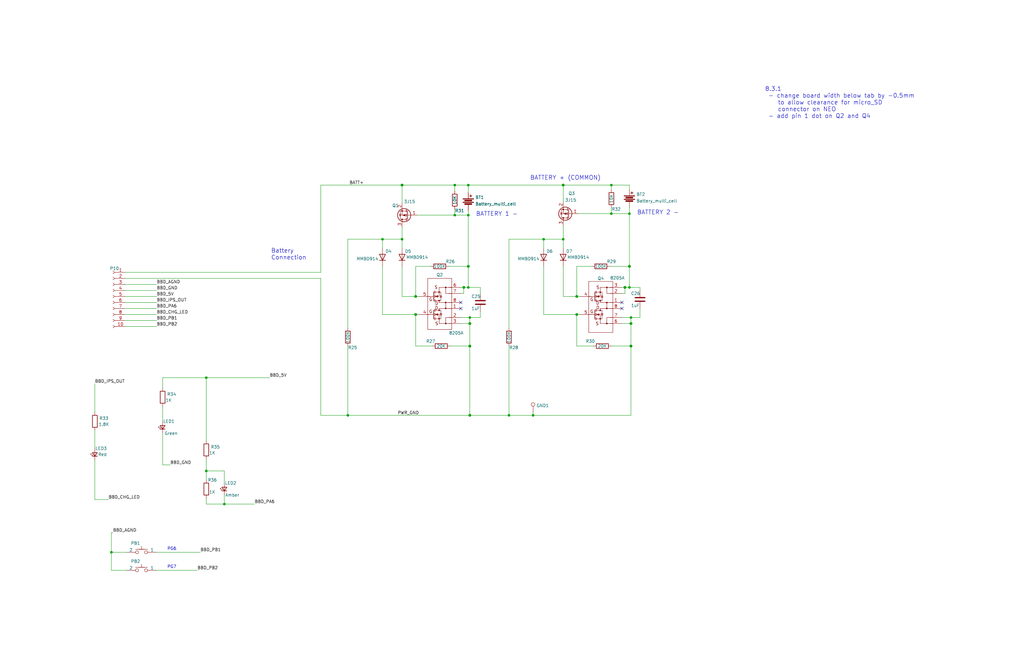
<source format=kicad_sch>
(kicad_sch (version 20211123) (generator eeschema)
  (paper "USLedger")
  (title_block (title "ConnectBox - Battery Board") (date "2023-06-08") (rev "8.3.1") (company "ConnectBox") (comment 1 "JRA"))
  (lib_symbols
    (symbol "Connector:Conn_01x10_Female" (pin_names (offset 1.016) hide)
      (property "Reference" "J" (at 0 12.7 0))
      (property "Value" "Conn_01x10_Female" (at 0 -15.24 0))
      (symbol "Conn_01x10_Female_1_1"
        (arc (start 0 -12.192) (mid -0.508 -12.7) (end 0 -13.208) (stroke (width 0.1524)))
        (arc (start 0 -9.652) (mid -0.508 -10.16) (end 0 -10.668) (stroke (width 0.1524)))
        (arc (start 0 -7.112) (mid -0.508 -7.62) (end 0 -8.128) (stroke (width 0.1524)))
        (arc (start 0 -4.572) (mid -0.508 -5.08) (end 0 -5.588) (stroke (width 0.1524)))
        (arc (start 0 -2.032) (mid -0.508 -2.54) (end 0 -3.048) (stroke (width 0.1524)))
        (polyline (pts (xy -1.27 -12.7) (xy -0.508 -12.7)) (stroke (width 0.1524)))
        (polyline (pts (xy -1.27 -10.16) (xy -0.508 -10.16)) (stroke (width 0.1524)))
        (polyline (pts (xy -1.27 -7.62) (xy -0.508 -7.62)) (stroke (width 0.1524)))
        (polyline (pts (xy -1.27 -5.08) (xy -0.508 -5.08)) (stroke (width 0.1524)))
        (polyline (pts (xy -1.27 -2.54) (xy -0.508 -2.54)) (stroke (width 0.1524)))
        (polyline (pts (xy -1.27 0) (xy -0.508 0)) (stroke (width 0.1524)))
        (polyline (pts (xy -1.27 2.54) (xy -0.508 2.54)) (stroke (width 0.1524)))
        (polyline (pts (xy -1.27 5.08) (xy -0.508 5.08)) (stroke (width 0.1524)))
        (polyline (pts (xy -1.27 7.62) (xy -0.508 7.62)) (stroke (width 0.1524)))
        (polyline (pts (xy -1.27 10.16) (xy -0.508 10.16)) (stroke (width 0.1524)))
        (arc (start 0 0.508) (mid -0.508 0) (end 0 -0.508) (stroke (width 0.1524)))
        (arc (start 0 3.048) (mid -0.508 2.54) (end 0 2.032) (stroke (width 0.1524)))
        (arc (start 0 5.588) (mid -0.508 5.08) (end 0 4.572) (stroke (width 0.1524)))
        (arc (start 0 8.128) (mid -0.508 7.62) (end 0 7.112) (stroke (width 0.1524)))
        (arc (start 0 10.668) (mid -0.508 10.16) (end 0 9.652) (stroke (width 0.1524)))
        (pin passive line (at -5.08 10.16 0) (length 3.81) (name "Pin_1") (number "1"))
        (pin passive line (at -5.08 -12.7 0) (length 3.81) (name "Pin_10") (number "10"))
        (pin passive line (at -5.08 7.62 0) (length 3.81) (name "Pin_2") (number "2"))
        (pin passive line (at -5.08 5.08 0) (length 3.81) (name "Pin_3") (number "3"))
        (pin passive line (at -5.08 2.54 0) (length 3.81) (name "Pin_4") (number "4"))
        (pin passive line (at -5.08 0 0) (length 3.81) (name "Pin_5") (number "5"))
        (pin passive line (at -5.08 -2.54 0) (length 3.81) (name "Pin_6") (number "6"))
        (pin passive line (at -5.08 -5.08 0) (length 3.81) (name "Pin_7") (number "7"))
        (pin passive line (at -5.08 -7.62 0) (length 3.81) (name "Pin_8") (number "8"))
        (pin passive line (at -5.08 -10.16 0) (length 3.81) (name "Pin_9") (number "9"))
      )
    )
    (symbol "Connector:TestPoint" (pin_numbers hide) (pin_names (offset 0.762) hide)
      (property "Reference" "TP" (at 0 6.858 0))
      (property "Value" "TestPoint" (at 0 5.08 0))
      (symbol "TestPoint_0_1"
        (circle (center 0 3.302) (radius 0.762))
      )
      (symbol "TestPoint_1_1"
        (pin passive line (at 0 0 90) (length 2.54) (name "1") (number "1"))
      )
    )
    (symbol "Custom_1:8205AV" (pin_names hide)
      (property "Reference" "Q" (at -2.54 13.97 0))
      (property "Value" "8205AV" (at 3.81 -10.16 0))
      (symbol "8205AV_0_0"
        (text "D" (at 3.828 2.1676 0) (effects (font (size 1.27 1.27))))
        (text "D" (at 3.8602 0.2352 0) (effects (font (size 1.27 1.27))))
        (text "G" (at 6.35 -1.27 0) (effects (font (size 1.27 1.27))))
        (text "G" (at 6.35 3.81 0) (effects (font (size 1.27 1.27))))
        (text "S" (at 3.81 -6.35 0) (effects (font (size 1.27 1.27))))
        (text "S" (at 4.0694 8.9173 0) (effects (font (size 1.27 1.27))))
      )
      (symbol "8205AV_0_1"
        (rectangle (start -2.54 12.7) (end 7.62 -8.89) (stroke (width 0.1524)))
        (circle (center -0.0075 -6.3497) (radius 0.254) (fill (type outline)))
        (polyline (pts (xy -2.5753 0.0007) (xy 2.776 0.0007)) (stroke (width 0.1524)))
        (polyline (pts (xy -2.5549 2.5486) (xy 2.7917 2.5486)) (stroke (width 0.1524)))
        (polyline (pts (xy -2.2237 8.8887) (xy -2.5322 8.8887)) (stroke (width 0.1524)))
        (polyline (pts (xy -1.27 -6.35) (xy -2.54 -6.35)) (stroke (width 0.1524)))
        (polyline (pts (xy -1.27 -6.35) (xy 2.54 -6.35)) (stroke (width 0.1524)))
        (polyline (pts (xy -0.0099 2.5374) (xy -0.0099 0.024)) (stroke (width 0.1524)))
        (polyline (pts (xy 2.5169 -6.3509) (xy 2.7644 -6.3509)) (stroke (width 0.1524)))
        (polyline (pts (xy 2.7938 -4.9625) (xy 2.7938 -6.3509)) (stroke (width 0.1524)))
        (polyline (pts (xy 2.794 0) (xy 2.794 -0.762)))
        (polyline (pts (xy 2.8045 2.5677) (xy 2.8045 3.3297)))
        (polyline (pts (xy 4.572 -3.81) (xy 4.572 -4.826)) (stroke (width 0.254)))
        (polyline (pts (xy 4.572 -2.032) (xy 4.572 -3.048)) (stroke (width 0.254)))
        (polyline (pts (xy 4.572 -0.254) (xy 4.572 -1.27)) (stroke (width 0.254)))
        (polyline (pts (xy 4.5825 2.8217) (xy 4.5825 3.8377)) (stroke (width 0.254)))
        (polyline (pts (xy 4.5825 4.5997) (xy 4.5825 5.6157)) (stroke (width 0.254)))
        (polyline (pts (xy 4.5825 6.3777) (xy 4.5825 7.3937)) (stroke (width 0.254)))
        (polyline (pts (xy 5.08 -2.54) (xy 7.874 -2.54)))
        (polyline (pts (xy 5.08 -0.635) (xy 5.08 -4.445)) (stroke (width 0.254)))
        (polyline (pts (xy 5.0844 5.0746) (xy 7.8784 5.0746)))
        (polyline (pts (xy 5.0905 3.2027) (xy 5.0905 7.0127)) (stroke (width 0.254)))
        (polyline (pts (xy -2.54 -3.81) (xy 0 -3.81) (xy 0 -6.35)) (stroke (width 0.1524)))
        (polyline (pts (xy 0.0073 8.892) (xy 0.0073 6.352) (xy -2.5327 6.352)) (stroke (width 0.1524)))
        (polyline (pts (xy 2.7937 7.6202) (xy 2.7937 8.8902) (xy -2.2863 8.8902)) (stroke (width 0.1524)))
        (polyline (pts (xy 2.794 -5.08) (xy 2.794 -2.54) (xy 4.572 -2.54)))
        (polyline (pts (xy 2.8045 7.6477) (xy 2.8045 5.1077) (xy 4.5825 5.1077)))
        (polyline (pts (xy 2.032 -2.159) (xy 2.413 -2.794) (xy 1.651 -2.794) (xy 2.032 -2.159)))
        (polyline (pts (xy 2.0425 4.7267) (xy 2.4235 5.3617) (xy 1.6615 5.3617) (xy 2.0425 4.7267)))
        (polyline (pts (xy 2.54 -2.032) (xy 2.413 -2.159) (xy 1.651 -2.159) (xy 1.524 -2.286)))
        (polyline (pts (xy 2.5505 4.5997) (xy 2.4235 4.7267) (xy 1.6615 4.7267) (xy 1.5345 4.8537)))
        (polyline (pts (xy 4.318 -2.54) (xy 3.302 -2.159) (xy 3.302 -2.921) (xy 4.318 -2.54)) (fill (type outline)))
        (polyline (pts (xy 4.3285 5.1077) (xy 3.3125 4.7267) (xy 3.3125 5.4887) (xy 4.3285 5.1077)) (fill (type outline)))
        (polyline (pts (xy 4.572 -4.318) (xy 2.032 -4.318) (xy 2.032 -0.762) (xy 4.572 -0.762)))
        (polyline (pts (xy 4.5825 6.8857) (xy 2.0425 6.8857) (xy 2.0425 3.3297) (xy 4.5825 3.3297)))
        (circle (center 0.0029 8.8872) (radius 0.254) (fill (type outline)))
        (circle (center 0.0085 0.0509) (radius 0.254) (fill (type outline)))
        (circle (center 0.0085 2.5208) (radius 0.254) (fill (type outline)))
        (circle (center 2.794 -4.318) (radius 0.254) (fill (type outline)))
        (circle (center 2.794 -0.762) (radius 0.254) (fill (type outline)))
        (circle (center 2.8045 3.3297) (radius 0.254) (fill (type outline)))
        (circle (center 2.8045 6.8857) (radius 0.254) (fill (type outline)))
      )
      (symbol "8205AV_1_1"
        (pin input line (at -6.35 0 0) (length 5.08) (name "D") (number "1"))
        (pin input line (at -6.35 -3.81 0) (length 5.08) (name "S1") (number "2"))
        (pin input line (at -6.35 -6.35 0) (length 5.08) (name "S1") (number "3"))
        (pin input line (at 11.43 -2.54 180) (length 5.08) (name "G1") (number "4"))
        (pin input line (at 11.43 5.08 180) (length 5.08) (name "G2") (number "5"))
        (pin input line (at -6.35 8.89 0) (length 5.08) (name "S2") (number "6"))
        (pin input line (at -6.35 6.35 0) (length 5.08) (name "S2") (number "7"))
        (pin input line (at -6.35 2.54 0) (length 5.08) (name "D") (number "8"))
      )
    )
    (symbol "Custom_1:Battery_multi_cell" (pin_numbers hide) (pin_names (offset 0))
      (property "Reference" "BT" (at 2.54 1.27 0))
      (property "Value" "Battery_multi_cell" (at 2.54 -1.27 0))
      (symbol "Battery_multi_cell_0_1"
        (rectangle (start -2.286 -0.1778) (end 2.286 -0.4318) (fill (type outline)))
        (rectangle (start -2.286 1.27) (end 2.286 1.016) (fill (type outline)))
        (rectangle (start -1.5748 -0.762) (end 1.4732 -1.27) (fill (type outline)))
        (rectangle (start -1.5748 0.6858) (end 1.4732 0.1778) (fill (type outline)))
        (polyline (pts (xy 0.508 2.413) (xy 1.524 2.413)) (stroke (width 0.254)))
        (polyline (pts (xy 1.016 2.921) (xy 1.016 1.905)) (stroke (width 0.254)))
      )
      (symbol "Battery_multi_cell_1_1"
        (pin passive line (at 0 3.81 270) (length 2.54) (name "~") (number "1"))
        (pin passive line (at 0 -3.81 90) (length 2.54) (name "~") (number "2"))
      )
    )
    (symbol "Custom_1:Q_PMOS_GSD" (pin_names (offset 0) hide)
      (property "Reference" "Q12" (at 2.413 8.5285 0))
      (property "Value" "Q_PMOS_GSD" (at 3.048 5.7534 0))
      (symbol "Q_PMOS_GSD_0_1"
        (polyline (pts (xy 0.254 0) (xy -1.1463 -0.0013)))
        (polyline (pts (xy 0.254 1.905) (xy 0.254 -1.905)) (stroke (width 0.254)))
        (polyline (pts (xy 0.762 -1.27) (xy 0.762 -2.286)) (stroke (width 0.254)))
        (polyline (pts (xy 0.762 0.508) (xy 0.762 -0.508)) (stroke (width 0.254)))
        (polyline (pts (xy 0.762 2.286) (xy 0.762 1.27)) (stroke (width 0.254)))
        (polyline (pts (xy 2.54 2.54) (xy 2.54 1.778)))
        (polyline (pts (xy 2.54 -2.54) (xy 2.54 0) (xy 0.762 0)))
        (polyline (pts (xy 0.762 1.778) (xy 3.302 1.778) (xy 3.302 -1.778) (xy 0.762 -1.778)))
        (polyline (pts (xy 2.286 0) (xy 1.27 0.381) (xy 1.27 -0.381) (xy 2.286 0)) (fill (type outline)))
        (polyline (pts (xy 2.794 -0.508) (xy 2.921 -0.381) (xy 3.683 -0.381) (xy 3.81 -0.254)))
        (polyline (pts (xy 3.302 -0.381) (xy 2.921 0.254) (xy 3.683 0.254) (xy 3.302 -0.381)))
        (circle (center 1.651 0) (radius 2.794) (stroke (width 0.254)))
        (circle (center 2.54 -1.778) (radius 0.254) (fill (type outline)))
        (circle (center 2.54 1.778) (radius 0.254) (fill (type outline)))
      )
      (symbol "Q_PMOS_GSD_1_1"
        (pin input line (at -3.81 0 0) (length 2.54) (name "G") (number "1"))
        (pin passive line (at 2.54 -5.08 90) (length 2.54) (name "S") (number "2"))
        (pin passive line (at 2.54 5.08 270) (length 2.54) (name "D") (number "3"))
      )
    )
    (symbol "Custom_1:SPST-PUSH" (pin_numbers hide) (pin_names (offset 0))
      (property "Reference" "SW" (at -2.54 3.81 0))
      (property "Value" "SPST-PUSH" (at -1.27 -2.54 0))
      (symbol "SPST-PUSH_0_1"
        (circle (center -1.905 0) (radius 0.635))
        (polyline (pts (xy -1.27 1.27) (xy -2.54 1.27) (xy 1.27 1.27) (xy 2.54 1.27)))
        (polyline (pts (xy -1.27 1.27) (xy 1.27 1.27) (xy 0 1.27) (xy 0 2.54)))
        (circle (center 1.905 0) (radius 0.635))
      )
      (symbol "SPST-PUSH_1_1"
        (pin passive line (at 6.35 0 180) (length 3.81) (name "1") (number "1"))
        (pin passive line (at -6.35 0 0) (length 3.81) (name "2") (number "2"))
      )
    )
    (symbol "Device:C" (pin_numbers hide) (pin_names (offset 0.254))
      (property "Reference" "C" (at 0.635 2.54 0))
      (property "Value" "C" (at 0.635 -2.54 0))
      (symbol "C_0_1"
        (polyline (pts (xy -2.032 -0.762) (xy 2.032 -0.762)) (stroke (width 0.508)))
        (polyline (pts (xy -2.032 0.762) (xy 2.032 0.762)) (stroke (width 0.508)))
      )
      (symbol "C_1_1"
        (pin passive line (at 0 3.81 270) (length 2.794) (name "~") (number "1"))
        (pin passive line (at 0 -3.81 90) (length 2.794) (name "~") (number "2"))
      )
    )
    (symbol "Device:LED_Small" (pin_numbers hide) (pin_names (offset 0.254) hide)
      (property "Reference" "D" (at -1.27 3.175 0))
      (property "Value" "LED_Small" (at -4.445 -2.54 0))
      (symbol "LED_Small_0_1"
        (polyline (pts (xy -0.762 -1.016) (xy -0.762 1.016)) (stroke (width 0.254)))
        (polyline (pts (xy 1.016 0) (xy -0.762 0)))
        (polyline (pts (xy 0.762 -1.016) (xy -0.762 0) (xy 0.762 1.016) (xy 0.762 -1.016)) (stroke (width 0.254)))
        (polyline (pts (xy 0 0.762) (xy -0.508 1.27) (xy -0.254 1.27) (xy -0.508 1.27) (xy -0.508 1.016)))
        (polyline (pts (xy 0.508 1.27) (xy 0 1.778) (xy 0.254 1.778) (xy 0 1.778) (xy 0 1.524)))
      )
      (symbol "LED_Small_1_1"
        (pin passive line (at -2.54 0 0) (length 1.778) (name "K") (number "1"))
        (pin passive line (at 2.54 0 180) (length 1.778) (name "A") (number "2"))
      )
    )
    (symbol "Device:R" (pin_numbers hide) (pin_names (offset 0))
      (property "Reference" "R" (at 2.032 0 90))
      (property "Value" "R" (at 0 0 90))
      (symbol "R_0_1"
        (rectangle (start -1.016 -2.54) (end 1.016 2.54) (stroke (width 0.254)))
      )
      (symbol "R_1_1"
        (pin passive line (at 0 3.81 270) (length 1.27) (name "~") (number "1"))
        (pin passive line (at 0 -3.81 90) (length 1.27) (name "~") (number "2"))
      )
    )
    (symbol "Diode:1N914" (pin_numbers hide) (pin_names (offset 1.016) hide)
      (property "Reference" "D" (at 0 2.54 0))
      (property "Value" "1N914" (at 0 -2.54 0))
      (symbol "1N914_0_1"
        (polyline (pts (xy -1.27 1.27) (xy -1.27 -1.27)) (stroke (width 0.254)))
        (polyline (pts (xy 1.27 0) (xy -1.27 0)))
        (polyline (pts (xy 1.27 1.27) (xy 1.27 -1.27) (xy -1.27 0) (xy 1.27 1.27)) (stroke (width 0.254)))
      )
      (symbol "1N914_1_1"
        (pin passive line (at -3.81 0 0) (length 2.54) (name "K") (number "1"))
        (pin passive line (at 3.81 0 180) (length 2.54) (name "A") (number "2"))
      )
    )
  )
  (junction (at 86.995 159.385))
  (junction (at 265.43 112.395) (diameter 1.016))
  (junction (at 266.065 136.525) (diameter 1.016))
  (junction (at 198.12 133.985))
  (junction (at 257.81 90.17))
  (junction (at 169.545 100.965))
  (junction (at 191.77 90.805))
  (junction (at 198.12 146.05) (diameter 1.016))
  (junction (at 46.99 233.045))
  (junction (at 266.065 146.05) (diameter 1.016))
  (junction (at 265.43 90.17))
  (junction (at 175.26 125.095) (diameter 1.016))
  (junction (at 243.205 132.715) (diameter 1.016))
  (junction (at 86.995 198.755))
  (junction (at 191.77 78.105))
  (junction (at 263.525 121.285) (diameter 1.016))
  (junction (at 146.685 175.26))
  (junction (at 229.235 100.965))
  (junction (at 224.79 175.26))
  (junction (at 265.43 121.285))
  (junction (at 214.63 175.26))
  (junction (at 161.29 100.965))
  (junction (at 94.615 212.725))
  (junction (at 197.485 121.285))
  (junction (at 257.81 78.105))
  (junction (at 266.065 133.985))
  (junction (at 169.545 78.105) (diameter 1.016))
  (junction (at 198.12 136.525) (diameter 1.016))
  (junction (at 237.49 78.105) (diameter 1.016))
  (junction (at 197.485 78.105))
  (junction (at 195.58 121.285) (diameter 1.016))
  (junction (at 197.485 90.805))
  (junction (at 197.485 112.395) (diameter 1.016))
  (junction (at 175.26 132.715) (diameter 1.016))
  (junction (at 243.205 125.095) (diameter 1.016))
  (junction (at 198.12 175.26) (diameter 1.016))
  (junction (at 237.49 100.965))
  (no_connect (at 262.255 130.175))
  (no_connect (at 262.255 127.635))
  (no_connect (at 194.31 127.635))
  (no_connect (at 194.31 130.175))
  (wire (pts (xy 229.235 112.395) (xy 229.235 132.715)))
  (wire (pts (xy 52.705 125.095) (xy 66.04 125.095)))
  (wire (pts (xy 191.77 88.265) (xy 191.77 90.805)))
  (wire (pts (xy 265.43 121.285) (xy 263.525 121.285)))
  (wire (pts (xy 40.005 194.31) (xy 40.005 210.82)))
  (wire (pts (xy 169.545 78.105) (xy 191.77 78.105)))
  (wire (pts (xy 266.065 146.05) (xy 266.065 175.26)))
  (wire (pts (xy 243.205 146.05) (xy 243.205 132.715)))
  (wire (pts (xy 146.685 100.965) (xy 146.685 138.43)))
  (wire (pts (xy 135.255 117.475) (xy 135.255 175.26)))
  (wire (pts (xy 237.49 100.965) (xy 237.49 104.775)))
  (wire (pts (xy 262.255 123.825) (xy 263.525 123.825)))
  (wire (pts (xy 182.245 146.05) (xy 175.26 146.05)))
  (wire (pts (xy 214.63 175.26) (xy 224.79 175.26)))
  (wire (pts (xy 169.545 95.885) (xy 169.545 100.965)))
  (wire (pts (xy 197.485 90.805) (xy 197.485 112.395)))
  (wire (pts (xy 40.005 161.925) (xy 40.005 173.99)))
  (wire (pts (xy 262.255 136.525) (xy 266.065 136.525)))
  (wire (pts (xy 229.235 104.775) (xy 229.235 100.965)))
  (wire (pts (xy 71.755 196.215) (xy 68.58 196.215)))
  (wire (pts (xy 237.49 112.395) (xy 237.49 125.095)))
  (wire (pts (xy 197.485 78.105) (xy 197.485 81.28)))
  (wire (pts (xy 265.43 90.17) (xy 265.43 112.395)))
  (wire (pts (xy 194.31 121.285) (xy 195.58 121.285)))
  (wire (pts (xy 197.485 112.395) (xy 197.485 121.285)))
  (wire (pts (xy 243.205 125.095) (xy 244.475 125.095)))
  (wire (pts (xy 262.255 121.285) (xy 263.525 121.285)))
  (wire (pts (xy 47.625 224.79) (xy 46.99 224.79)))
  (wire (pts (xy 269.875 130.175) (xy 269.875 133.985)))
  (wire (pts (xy 237.49 78.105) (xy 257.81 78.105)))
  (wire (pts (xy 52.705 117.475) (xy 135.255 117.475)))
  (wire (pts (xy 195.58 121.285) (xy 195.58 123.825)))
  (wire (pts (xy 68.58 182.88) (xy 68.58 196.215)))
  (wire (pts (xy 194.31 123.825) (xy 195.58 123.825)))
  (wire (pts (xy 52.705 132.715) (xy 66.04 132.715)))
  (wire (pts (xy 161.29 100.965) (xy 169.545 100.965)))
  (wire (pts (xy 189.865 146.05) (xy 198.12 146.05)))
  (wire (pts (xy 257.81 78.105) (xy 265.43 78.105)))
  (wire (pts (xy 265.43 78.105) (xy 265.43 80.01)))
  (wire (pts (xy 198.12 146.05) (xy 198.12 175.26)))
  (wire (pts (xy 214.63 146.05) (xy 214.63 175.26)))
  (wire (pts (xy 229.235 100.965) (xy 237.49 100.965)))
  (wire (pts (xy 243.205 132.715) (xy 244.475 132.715)))
  (wire (pts (xy 40.005 210.82) (xy 45.72 210.82)))
  (wire (pts (xy 224.79 173.99) (xy 224.79 175.26)))
  (wire (pts (xy 198.12 133.985) (xy 202.565 133.985)))
  (wire (pts (xy 175.26 125.095) (xy 176.53 125.095)))
  (wire (pts (xy 265.43 121.285) (xy 269.875 121.285)))
  (wire (pts (xy 46.99 240.665) (xy 53.34 240.665)))
  (wire (pts (xy 175.26 132.715) (xy 176.53 132.715)))
  (wire (pts (xy 202.565 121.285) (xy 202.565 123.825)))
  (wire (pts (xy 161.29 132.715) (xy 175.26 132.715)))
  (wire (pts (xy 265.43 87.63) (xy 265.43 90.17)))
  (wire (pts (xy 94.615 198.755) (xy 94.615 203.835)))
  (wire (pts (xy 243.84 90.17) (xy 257.81 90.17)))
  (wire (pts (xy 52.705 122.555) (xy 66.04 122.555)))
  (wire (pts (xy 214.63 100.965) (xy 214.63 138.43)))
  (wire (pts (xy 224.79 175.26) (xy 266.065 175.26)))
  (wire (pts (xy 266.065 136.525) (xy 266.065 146.05)))
  (wire (pts (xy 263.525 121.285) (xy 263.525 123.825)))
  (wire (pts (xy 46.99 233.045) (xy 46.99 240.665)))
  (wire (pts (xy 66.04 240.665) (xy 83.185 240.665)))
  (wire (pts (xy 197.485 88.9) (xy 197.485 90.805)))
  (wire (pts (xy 237.49 125.095) (xy 243.205 125.095)))
  (wire (pts (xy 250.19 146.05) (xy 243.205 146.05)))
  (wire (pts (xy 86.995 193.675) (xy 86.995 198.755)))
  (wire (pts (xy 135.255 175.26) (xy 146.685 175.26)))
  (wire (pts (xy 189.23 112.395) (xy 197.485 112.395)))
  (wire (pts (xy 202.565 131.445) (xy 202.565 133.985)))
  (wire (pts (xy 175.895 90.805) (xy 191.77 90.805)))
  (wire (pts (xy 229.235 132.715) (xy 243.205 132.715)))
  (wire (pts (xy 237.49 95.25) (xy 237.49 100.965)))
  (wire (pts (xy 86.995 210.185) (xy 86.995 212.725)))
  (wire (pts (xy 191.77 78.105) (xy 191.77 80.645)))
  (wire (pts (xy 169.545 78.105) (xy 169.545 85.725)))
  (wire (pts (xy 265.43 112.395) (xy 265.43 121.285)))
  (wire (pts (xy 146.685 175.26) (xy 198.12 175.26)))
  (wire (pts (xy 68.58 171.45) (xy 68.58 177.8)))
  (wire (pts (xy 94.615 212.725) (xy 107.315 212.725)))
  (wire (pts (xy 146.685 146.05) (xy 146.685 175.26)))
  (wire (pts (xy 161.29 104.775) (xy 161.29 100.965)))
  (wire (pts (xy 194.31 133.985) (xy 198.12 133.985)))
  (wire (pts (xy 113.665 159.385) (xy 86.995 159.385)))
  (wire (pts (xy 52.705 130.175) (xy 66.04 130.175)))
  (wire (pts (xy 66.04 233.045) (xy 84.455 233.045)))
  (wire (pts (xy 269.875 133.985) (xy 266.065 133.985)))
  (wire (pts (xy 175.26 112.395) (xy 175.26 125.095)))
  (wire (pts (xy 229.235 100.965) (xy 214.63 100.965)))
  (wire (pts (xy 86.995 159.385) (xy 68.58 159.385)))
  (wire (pts (xy 198.12 136.525) (xy 198.12 146.05)))
  (wire (pts (xy 46.99 224.79) (xy 46.99 233.045)))
  (wire (pts (xy 52.705 114.935) (xy 135.255 114.935)))
  (wire (pts (xy 257.175 112.395) (xy 265.43 112.395)))
  (wire (pts (xy 237.49 78.105) (xy 237.49 85.09)))
  (wire (pts (xy 249.555 112.395) (xy 243.205 112.395)))
  (wire (pts (xy 86.995 198.755) (xy 86.995 202.565)))
  (wire (pts (xy 266.065 133.985) (xy 266.065 136.525)))
  (wire (pts (xy 191.77 78.105) (xy 197.485 78.105)))
  (wire (pts (xy 169.545 100.965) (xy 169.545 104.775)))
  (wire (pts (xy 52.705 120.015) (xy 66.04 120.015)))
  (wire (pts (xy 262.255 133.985) (xy 266.065 133.985)))
  (wire (pts (xy 194.31 136.525) (xy 198.12 136.525)))
  (wire (pts (xy 52.705 127.635) (xy 66.04 127.635)))
  (wire (pts (xy 197.485 78.105) (xy 237.49 78.105)))
  (wire (pts (xy 161.29 100.965) (xy 146.685 100.965)))
  (wire (pts (xy 198.12 133.985) (xy 198.12 136.525)))
  (wire (pts (xy 86.995 159.385) (xy 86.995 186.055)))
  (wire (pts (xy 257.81 87.63) (xy 257.81 90.17)))
  (wire (pts (xy 52.705 137.795) (xy 66.04 137.795)))
  (wire (pts (xy 169.545 112.395) (xy 169.545 125.095)))
  (wire (pts (xy 135.255 78.105) (xy 169.545 78.105)))
  (wire (pts (xy 175.26 146.05) (xy 175.26 132.715)))
  (wire (pts (xy 94.615 198.755) (xy 86.995 198.755)))
  (wire (pts (xy 269.875 121.285) (xy 269.875 122.555)))
  (wire (pts (xy 169.545 125.095) (xy 175.26 125.095)))
  (wire (pts (xy 191.77 90.805) (xy 197.485 90.805)))
  (wire (pts (xy 86.995 212.725) (xy 94.615 212.725)))
  (wire (pts (xy 40.005 181.61) (xy 40.005 189.23)))
  (wire (pts (xy 52.705 135.255) (xy 66.04 135.255)))
  (wire (pts (xy 257.81 78.105) (xy 257.81 80.01)))
  (wire (pts (xy 135.255 78.105) (xy 135.255 114.935)))
  (wire (pts (xy 202.565 121.285) (xy 197.485 121.285)))
  (wire (pts (xy 46.99 233.045) (xy 53.34 233.045)))
  (wire (pts (xy 94.615 212.725) (xy 94.615 208.915)))
  (wire (pts (xy 243.205 112.395) (xy 243.205 125.095)))
  (wire (pts (xy 68.58 159.385) (xy 68.58 163.83)))
  (wire (pts (xy 197.485 121.285) (xy 195.58 121.285)))
  (wire (pts (xy 181.61 112.395) (xy 175.26 112.395)))
  (wire (pts (xy 198.12 175.26) (xy 214.63 175.26)))
  (wire (pts (xy 161.29 112.395) (xy 161.29 132.715)))
  (wire (pts (xy 257.81 90.17) (xy 265.43 90.17)))
  (wire (pts (xy 257.81 146.05) (xy 266.065 146.05)))
  (text "BATTERY + (COMMON)" (at 223.52 76.2 0) (effects (font (size 1.778 1.778)) (justify left bottom)))
  (text "PG7" (at 70.485 240.03 0) (effects (font (size 1.27 1.27)) (justify left bottom)))
  (text "BATTERY 1 -" (at 200.66 91.44 0) (effects (font (size 1.778 1.778)) (justify left bottom)))
  (text "Battery\nConnection" (at 114.3 109.855 0) (effects (font (size 1.778 1.778)) (justify left bottom)))
  (text "8.3.1\n - change board width below tab by -0.5mm\n    to allow clearance for micro_SD\n    connector on NEO\n - add pin 1 dot on Q2 and Q4" (at 322.58 50.165 0) (effects (font (size 1.778 1.778)) (justify left bottom)))
  (text "PG6" (at 70.485 232.41 0) (effects (font (size 1.27 1.27)) (justify left bottom)))
  (text "BATTERY 2 -" (at 268.605 90.805 0) (effects (font (size 1.778 1.778)) (justify left bottom)))
  (label "BBD_IPS_OUT" (at 40.005 161.925 0))
  (label "BBD_PB1" (at 84.455 233.045 0))
  (label "BATT+" (at 147.32 78.105 0))
  (label "BBD_IPS_OUT" (at 66.04 127.635 0))
  (label "BBD_AGND" (at 47.625 224.79 0))
  (label "BBD_GND" (at 66.04 122.555 0))
  (label "BBD_5V" (at 113.665 159.385 0))
  (label "BBD_CHG_LED" (at 45.72 210.82 0))
  (label "BBD_5V" (at 66.04 125.095 0))
  (label "BBD_PB1" (at 66.04 135.255 0))
  (label "BBD_GND" (at 71.755 196.215 0))
  (label "BBD_PA6" (at 66.04 130.175 0))
  (label "BBD_PB2" (at 66.04 137.795 0))
  (label "BBD_AGND" (at 66.04 120.015 0))
  (label "BBD_CHG_LED" (at 66.04 132.715 0))
  (label "BBD_PB2" (at 83.185 240.665 0))
  (label "BBD_PA6" (at 107.315 212.725 0))
  (label "PWR_GND" (at 167.64 175.26 0))
  (symbol (lib_id "Diode:1N914") (at 229.235 108.585 90) (unit 1)
    (property "Reference" "D6" (at 231.775 106.045 90))
    (property "Value" "MMBD914" (at 222.885 109.22 90))
    (property "Footprint" "Diode_SMD:D_SOT-23_ANK" (effects hide))
    (property "Datasheet" "http://www.vishay.com/docs/85622/1n914.pdf" (effects hide))
    (property "Manufacturer" "ON Semiconductor" (effects hide))
    (property "Manufacturer P/N" "MMBD914LT1G" (effects hide))
    (property "Description" "DIODE GEN PURP 100V 200MA SOT23" (effects hide))
    (property "DigiKey P/N" "MMBD914LT1GOSCT-ND" (effects hide))
    (property "Type" "SMD" (effects hide))
  )
  (symbol (lib_id "Custom_1:8205AV") (at 255.905 127.635 180) (unit 1)
    (property "Reference" "Q4" (at 253.365 117.475 0))
    (property "Value" "8205A" (at 260.35 117.2887 0))
    (property "Footprint" "CustomComponents:8305A" (effects hide))
    (property "Datasheet" "https://html.alldatasheet.com/html-pdf/1152898/KIA/8205A/60/1/8205A.html" (effects hide))
    (property "DigiKey P/N" "[none - from AliExpress|" (effects hide))
  )
  (symbol (lib_id "Custom_1:SPST-PUSH") (at 59.69 240.665 0) (unit 1)
    (property "Reference" "PB2" (at 57.15 236.855 0))
    (property "Value" "SPST-PUSH" (effects hide))
    (property "Footprint" "CustomComponents:SW-TL3305" (effects hide))
    (property "Manufacturer" "E-Switch" (effects hide))
    (property "Manufacturer P/N" "TL3305AF260QG" (effects hide))
    (property "Description" "SWITCH TACTILE SPST-NO 50MA 12V" (effects hide))
    (property "DigiKey P/N" "EG5353CT-ND" (effects hide))
    (property "Type" "SMD" (effects hide))
  )
  (symbol (lib_id "Device:R") (at 185.42 112.395 90) (unit 1)
    (property "Reference" "R26" (at 189.865 110.363 90))
    (property "Value" "100K" (at 185.42 112.395 90))
    (property "Footprint" "Resistor_SMD:R_0805_2012Metric" (effects hide))
    (property "Manufacturer" "Yageo" (effects hide))
    (property "Manufacturer P/N" "RC0805FR-07100KL" (effects hide))
    (property "Description" "RES SMD 100K OHM 1% 1/8W 0805" (effects hide))
    (property "DigiKey P/N" "311-100KCRCT-ND" (effects hide))
    (property "Type" "SMD" (effects hide))
  )
  (symbol (lib_id "Device:R") (at 257.81 83.82 0) (unit 1)
    (property "Reference" "R32" (at 259.842 88.265 0))
    (property "Value" "10K" (at 257.81 83.82 90))
    (property "Footprint" "Resistor_SMD:R_0805_2012Metric" (effects hide))
    (property "Manufacturer" "Yageo" (effects hide))
    (property "Manufacturer P/N" "RC0805FR-0710KL" (effects hide))
    (property "Description" "RES SMD 10K OHM 1% 1/8W 0805" (effects hide))
    (property "DigiKey P/N" "311-10KCRCT-ND" (effects hide))
    (property "Type" "SMD" (effects hide))
  )
  (symbol (lib_id "Connector:Conn_01x10_Female") (at 47.625 125.095 0) (mirror y) (unit 1)
    (property "Reference" "P10" (at 48.26 113.2863 0))
    (property "Value" "Conn_01x10_Female" (effects hide))
    (property "Footprint" "Connector_PinSocket_2.54mm:PinSocket_2x05_P2.54mm_Vertical" (effects hide))
    (property "Manufacturer P/N" "PPPC052LFBN-RC" (effects hide))
    (property "Description" "CONN HDR 10POS 0.1 GOLD PCB" (effects hide))
    (property "DigiKey P/N" "S7108-ND" (effects hide))
  )
  (symbol (lib_id "Custom_1:SPST-PUSH") (at 59.69 233.045 0) (unit 1)
    (property "Reference" "PB1" (at 57.15 229.235 0))
    (property "Value" "SPST-PUSH" (effects hide))
    (property "Footprint" "CustomComponents:SW-TL3305" (effects hide))
    (property "Manufacturer" "E-Switch" (effects hide))
    (property "Manufacturer P/N" "TL3305AF260QG" (effects hide))
    (property "Description" "SWITCH TACTILE SPST-NO 50MA 12V" (effects hide))
    (property "DigiKey P/N" "EG5353CT-ND" (effects hide))
    (property "Type" "SMD" (effects hide))
  )
  (symbol (lib_id "Custom_1:Battery_multi_cell") (at 197.485 85.09 0) (unit 1)
    (property "Reference" "BT1" (at 200.406 83.2925 0) (effects (justify left)))
    (property "Value" "Battery_multi_cell" (at 200.406 86.0676 0) (effects (justify left)))
    (property "Footprint" "CustomComponents:Battery 21700" (effects hide))
    (property "Manufacturer P/N" "109-2" (effects hide))
    (property "DigiKey P/N" "36-109-2-ND  (2x)" (effects hide))
    (property "Manufacturer" "Keystone Electronics" (effects hide))
    (property "Description" "PC Battery Contact " (effects hide))
  )
  (symbol (lib_id "Device:C") (at 202.565 127.635 0) (unit 1)
    (property "Reference" "C25" (at 198.755 125.095 0) (effects (justify left)))
    (property "Value" "1uF" (at 198.755 130.175 0) (effects (justify left)))
    (property "Footprint" "Capacitor_SMD:C_0805_2012Metric" (effects hide))
    (property "Manufacturer" "KEMET" (effects hide))
    (property "Manufacturer P/N" "C0805C105K8PACTU" (effects hide))
    (property "Description" "CAP CER 1UF 10V X5R 0805" (effects hide))
    (property "DigiKey P/N" "399-8006-1-ND" (effects hide))
    (property "Type" "SMD" (effects hide))
  )
  (symbol (lib_id "Custom_1:8205AV") (at 187.96 130.175 0) (mirror y) (unit 1)
    (property "Reference" "Q2" (at 185.42 115.9976 0))
    (property "Value" "8205A" (at 192.405 140.5213 0))
    (property "Footprint" "CustomComponents:8305A" (effects hide))
    (property "Datasheet" "https://html.alldatasheet.com/html-pdf/1152898/KIA/8205A/60/1/8205A.html" (effects hide))
    (property "DigiKey P/N" "[none - from AliExpress|" (effects hide))
  )
  (symbol (lib_id "Device:R") (at 214.63 142.24 0) (unit 1)
    (property "Reference" "R28" (at 216.662 146.685 0))
    (property "Value" "100K" (at 214.63 142.24 90))
    (property "Footprint" "Resistor_SMD:R_0805_2012Metric" (effects hide))
    (property "Manufacturer" "Yageo" (effects hide))
    (property "Manufacturer P/N" "RC0805FR-07100KL" (effects hide))
    (property "Description" "RES SMD 100K OHM 1% 1/8W 0805" (effects hide))
    (property "DigiKey P/N" "311-100KCRCT-ND" (effects hide))
    (property "Type" "SMD" (effects hide))
  )
  (symbol (lib_id "Diode:1N914") (at 169.545 108.585 90) (unit 1)
    (property "Reference" "D5" (at 172.085 106.045 90))
    (property "Value" "MMBD914" (at 175.895 108.585 90))
    (property "Footprint" "Diode_SMD:D_SOT-23_ANK" (effects hide))
    (property "Datasheet" "http://www.vishay.com/docs/85622/1n914.pdf" (effects hide))
    (property "Manufacturer" "ON Semiconductor" (effects hide))
    (property "Manufacturer P/N" "MMBD914LT1G" (effects hide))
    (property "Description" "DIODE GEN PURP 100V 200MA SOT23" (effects hide))
    (property "DigiKey P/N" "MMBD914LT1GOSCT-ND" (effects hide))
    (property "Type" "SMD" (effects hide))
  )
  (symbol (lib_id "Diode:1N914") (at 161.29 108.585 90) (unit 1)
    (property "Reference" "D4" (at 163.83 106.045 90))
    (property "Value" "MMBD914" (at 154.94 109.22 90))
    (property "Footprint" "Diode_SMD:D_SOT-23_ANK" (effects hide))
    (property "Datasheet" "http://www.vishay.com/docs/85622/1n914.pdf" (effects hide))
    (property "Manufacturer" "ON Semiconductor" (effects hide))
    (property "Manufacturer P/N" "MMBD914LT1G" (effects hide))
    (property "Description" "DIODE GEN PURP 100V 200MA SOT23" (effects hide))
    (property "DigiKey P/N" "MMBD914LT1GOSCT-ND" (effects hide))
    (property "Type" "SMD" (effects hide))
  )
  (symbol (lib_id "Device:R") (at 68.58 167.64 0) (unit 1)
    (property "Reference" "R34" (at 72.39 166.37 0))
    (property "Value" "1K" (at 71.12 168.91 0))
    (property "Footprint" "Resistor_SMD:R_0805_2012Metric" (effects hide))
    (property "Manufacturer" "Yageo" (effects hide))
    (property "Manufacturer P/N" "RC0805FR-071KL" (effects hide))
    (property "Description" "RES SMD 1K OHM 1% 1/8W 0805" (effects hide))
    (property "DigiKey P/N" "311-1.00KCRCT-ND" (effects hide))
    (property "Type" "SMD" (effects hide))
  )
  (symbol (lib_id "Device:LED_Small") (at 68.58 180.34 90) (unit 1)
    (property "Reference" "LED1" (at 73.66 177.8 90) (effects (justify left)))
    (property "Value" "Green" (at 74.93 182.88 90) (effects (justify left)))
    (property "Footprint" "LED_SMD:LED_0603_1608Metric" (effects hide))
    (property "Manufacturer" "Lite-On Inc." (effects hide))
    (property "Manufacturer P/N" "LTST-C191KFKT" (effects hide))
    (property "Description" "LED GREEN CLEAR 0603 SMD" (effects hide))
    (property "DigiKey P/N" "160-1446-1-ND" (effects hide))
    (property "Type" "SMD" (effects hide))
  )
  (symbol (lib_id "Device:C") (at 269.875 126.365 0) (unit 1)
    (property "Reference" "C26" (at 266.065 123.825 0) (effects (justify left)))
    (property "Value" "1uF" (at 266.065 128.905 0) (effects (justify left)))
    (property "Footprint" "Capacitor_SMD:C_0805_2012Metric" (effects hide))
    (property "Manufacturer" "KEMET" (effects hide))
    (property "Manufacturer P/N" "C0805C105K8PACTU" (effects hide))
    (property "Description" "CAP CER 1UF 10V X5R 0805" (effects hide))
    (property "DigiKey P/N" "399-8006-1-ND" (effects hide))
    (property "Type" "SMD" (effects hide))
  )
  (symbol (lib_id "Custom_1:Q_PMOS_GSD") (at 240.03 90.17 180) (unit 1)
    (property "Reference" "Q3" (at 242.443 81.6415 0) (effects (justify left)))
    (property "Value" "3J15" (at 243.078 84.4166 0) (effects (justify left)))
    (property "Footprint" "Package_TO_SOT_SMD:SOT-323_SC-70" (effects hide))
    (property "Manufacturer P/N" "SSM3J15FU,LF" (effects hide))
    (property "DigiKey P/N" "SSM3J15FULFCT-ND" (effects hide))
    (property "Manufacturer" "Toshiba" (effects hide))
    (property "Description" "P-Channel 30 V 100mA (Ta) 150mW (Ta) Surface Mount USM" (effects hide))
  )
  (symbol (lib_id "Custom_1:Battery_multi_cell") (at 265.43 83.82 0) (unit 1)
    (property "Reference" "BT2" (at 268.351 82.0225 0) (effects (justify left)))
    (property "Value" "Battery_multi_cell" (at 268.351 84.7976 0) (effects (justify left)))
    (property "Footprint" "CustomComponents:Battery 21700" (effects hide))
    (property "Manufacturer P/N" "109-2" (effects hide))
    (property "DigiKey P/N" "36-109-2-ND  (2x)" (effects hide))
    (property "Manufacturer" "Keystone Electronics" (effects hide))
    (property "Description" "PC Battery Contact " (effects hide))
  )
  (symbol (lib_id "Device:R") (at 86.995 206.375 0) (unit 1)
    (property "Reference" "R36" (at 89.535 202.565 0))
    (property "Value" "1K" (at 89.535 207.645 0))
    (property "Footprint" "Resistor_SMD:R_0805_2012Metric" (effects hide))
    (property "Manufacturer" "Yageo" (effects hide))
    (property "Manufacturer P/N" "RC0805FR-071KL" (effects hide))
    (property "Description" "RES SMD 1K OHM 1% 1/8W 0805" (effects hide))
    (property "DigiKey P/N" "311-1.00KCRCT-ND" (effects hide))
    (property "Type" "SMD" (effects hide))
  )
  (symbol (lib_id "Diode:1N914") (at 237.49 108.585 90) (unit 1)
    (property "Reference" "D7" (at 240.03 106.045 90))
    (property "Value" "MMBD914" (at 243.84 108.585 90))
    (property "Footprint" "Diode_SMD:D_SOT-23_ANK" (effects hide))
    (property "Datasheet" "http://www.vishay.com/docs/85622/1n914.pdf" (effects hide))
    (property "Manufacturer" "ON Semiconductor" (effects hide))
    (property "Manufacturer P/N" "MMBD914LT1G" (effects hide))
    (property "Description" "DIODE GEN PURP 100V 200MA SOT23" (effects hide))
    (property "DigiKey P/N" "MMBD914LT1GOSCT-ND" (effects hide))
    (property "Type" "SMD" (effects hide))
  )
  (symbol (lib_id "Device:LED_Small") (at 40.005 191.77 90) (unit 1)
    (property "Reference" "LED3" (at 45.085 189.23 90) (effects (justify left)))
    (property "Value" "Red" (at 45.085 191.77 90) (effects (justify left)))
    (property "Footprint" "LED_SMD:LED_0603_1608Metric" (effects hide))
    (property "Manufacturer" "Lite-On Inc." (effects hide))
    (property "Manufacturer P/N" "LTST-C191KRKT" (effects hide))
    (property "Description" "LED RED CLEAR 0603 SMD" (effects hide))
    (property "DigiKey P/N" "160-1447-1-ND" (effects hide))
    (property "Type" "SMD" (effects hide))
  )
  (symbol (lib_id "Custom_1:Q_PMOS_GSD") (at 172.085 90.805 180) (unit 1)
    (property "Reference" "Q1" (at 168.148 86.7215 0) (effects (justify left)))
    (property "Value" "3J15" (at 175.133 85.0516 0) (effects (justify left)))
    (property "Footprint" "Package_TO_SOT_SMD:SOT-323_SC-70" (effects hide))
    (property "Manufacturer P/N" "SSM3J15FU,LF" (effects hide))
    (property "DigiKey P/N" "SSM3J15FULFCT-ND" (effects hide))
    (property "Manufacturer" "Toshiba" (effects hide))
    (property "Description" "P-Channel 30 V 100mA (Ta) 150mW (Ta) Surface Mount USM" (effects hide))
  )
  (symbol (lib_id "Device:LED_Small") (at 94.615 206.375 90) (unit 1)
    (property "Reference" "LED2" (at 99.695 203.835 90) (effects (justify left)))
    (property "Value" "Amber" (at 100.965 208.915 90) (effects (justify left)))
    (property "Footprint" "LED_SMD:LED_0603_1608Metric" (effects hide))
    (property "Manufacturer" "Lite-On Inc." (effects hide))
    (property "Manufacturer P/N" "LTST-C191KFKT" (effects hide))
    (property "Description" "LED AMBER CLEAR 0603 SMD" (effects hide))
    (property "DigiKey P/N" "160-1445-1-ND" (effects hide))
    (property "Type" "SMD" (effects hide))
  )
  (symbol (lib_id "Device:R") (at 146.685 142.24 0) (unit 1)
    (property "Reference" "R25" (at 148.717 146.685 0))
    (property "Value" "100K" (at 146.685 142.24 90))
    (property "Footprint" "Resistor_SMD:R_0805_2012Metric" (effects hide))
    (property "Manufacturer" "Yageo" (effects hide))
    (property "Manufacturer P/N" "RC0805FR-07100KL" (effects hide))
    (property "Description" "RES SMD 100K OHM 1% 1/8W 0808" (effects hide))
    (property "DigiKey P/N" "311-100KCRCT-ND" (effects hide))
    (property "Type" "SMD" (effects hide))
  )
  (symbol (lib_id "Device:R") (at 254 146.05 90) (unit 1)
    (property "Reference" "R30" (at 248.92 144.018 90))
    (property "Value" "20K" (at 254 146.05 90))
    (property "Footprint" "Resistor_SMD:R_0805_2012Metric" (effects hide))
    (property "Manufacturer" "Yageo" (effects hide))
    (property "Manufacturer P/N" "RC0805FR-0720KL" (effects hide))
    (property "Description" "RES SMD 20K OHM 1% 1/8W 0805" (effects hide))
    (property "DigiKey P/N" "311-20.0KCRCT-ND" (effects hide))
    (property "Type" "SMD" (effects hide))
  )
  (symbol (lib_id "Device:R") (at 253.365 112.395 90) (unit 1)
    (property "Reference" "R29" (at 257.81 110.363 90))
    (property "Value" "100K" (at 253.365 112.395 90))
    (property "Footprint" "Resistor_SMD:R_0805_2012Metric" (effects hide))
    (property "Manufacturer" "Yageo" (effects hide))
    (property "Manufacturer P/N" "RC0805FR-07100KL" (effects hide))
    (property "Description" "RES SMD 100K OHM 1% 1/8W 0805" (effects hide))
    (property "DigiKey P/N" "311-100KCRCT-ND" (effects hide))
    (property "Type" "SMD" (effects hide))
  )
  (symbol (lib_id "Device:R") (at 86.995 189.865 0) (unit 1)
    (property "Reference" "R35" (at 90.805 188.595 0))
    (property "Value" "1K" (at 89.535 191.135 0))
    (property "Footprint" "Resistor_SMD:R_0805_2012Metric" (effects hide))
    (property "Manufacturer" "Yageo" (effects hide))
    (property "Manufacturer P/N" "RC0805FR-071KL" (effects hide))
    (property "Description" "RES SMD 1K OHM 1% 1/8W 0805" (effects hide))
    (property "DigiKey P/N" "311-1.00KCRCT-ND" (effects hide))
    (property "Type" "SMD" (effects hide))
  )
  (symbol (lib_id "Device:R") (at 191.77 84.455 0) (unit 1)
    (property "Reference" "R31" (at 193.802 88.9 0))
    (property "Value" "10K" (at 191.77 84.455 90))
    (property "Footprint" "Resistor_SMD:R_0805_2012Metric" (effects hide))
    (property "Manufacturer" "Yageo" (effects hide))
    (property "Manufacturer P/N" "RC0805FR-0710KL" (effects hide))
    (property "Description" "RES SMD 10K OHM 1% 1/8W 0805" (effects hide))
    (property "DigiKey P/N" "311-10KCRCT-ND" (effects hide))
    (property "Type" "SMD" (effects hide))
  )
  (symbol (lib_id "Device:R") (at 40.005 177.8 0) (unit 1)
    (property "Reference" "R33" (at 43.815 176.53 0))
    (property "Value" "1.8K" (at 43.815 179.07 0))
    (property "Footprint" "Resistor_SMD:R_0805_2012Metric" (effects hide))
    (property "Manufacturer" "Yageo" (effects hide))
    (property "Manufacturer P/N" "RC0805FR-071K8L" (effects hide))
    (property "Description" "RES SMD 1.8K OHM 1% 1/8W 0805" (effects hide))
    (property "DigiKey P/N" "311-1.80KCRCT-ND" (effects hide))
    (property "Type" "SMD" (effects hide))
  )
  (symbol (lib_id "Connector:TestPoint") (at 224.79 173.99 0) (unit 1)
    (property "Reference" "GND1" (at 226.187 171.167 0) (effects (justify left)))
    (property "Value" "TestPoint" (effects hide))
    (property "Footprint" "TestPoint:TestPoint_THTPad_D1.5mm_Drill0.7mm" (effects hide))
  )
  (symbol (lib_id "Device:R") (at 186.055 146.05 90) (unit 1)
    (property "Reference" "R27" (at 181.61 144.018 90))
    (property "Value" "20K" (at 186.055 146.05 90))
    (property "Footprint" "Resistor_SMD:R_0805_2012Metric" (effects hide))
    (property "Manufacturer" "Yageo" (effects hide))
    (property "Manufacturer P/N" "RC0805FR-0720KL" (effects hide))
    (property "Description" "RES SMD 20K OHM 1% 1/8W 0805" (effects hide))
    (property "DigiKey P/N" "311-20.0KCRCT-ND" (effects hide))
    (property "Type" "SMD" (effects hide))
  )
)
</source>
